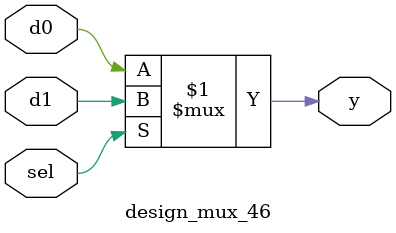
<source format=sv>
module design_mux_46(input logic sel, d0, d1, output logic y);
  assign y = sel ? d1 : d0;
endmodule

</source>
